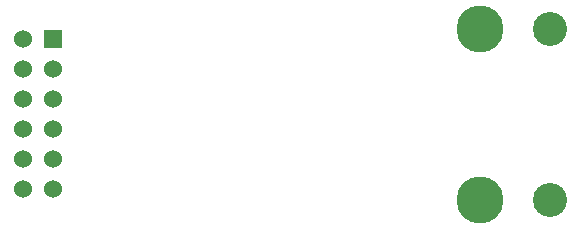
<source format=gbs>
%TF.GenerationSoftware,KiCad,Pcbnew,(6.0.5)*%
%TF.CreationDate,2022-06-04T23:49:02-06:00*%
%TF.ProjectId,PMOD_HDMI,504d4f44-5f48-4444-9d49-2e6b69636164,rev?*%
%TF.SameCoordinates,Original*%
%TF.FileFunction,Soldermask,Bot*%
%TF.FilePolarity,Negative*%
%FSLAX46Y46*%
G04 Gerber Fmt 4.6, Leading zero omitted, Abs format (unit mm)*
G04 Created by KiCad (PCBNEW (6.0.5)) date 2022-06-04 23:49:02*
%MOMM*%
%LPD*%
G01*
G04 APERTURE LIST*
%ADD10R,1.524000X1.524000*%
%ADD11C,1.524000*%
%ADD12C,3.990000*%
%ADD13C,2.880000*%
G04 APERTURE END LIST*
D10*
%TO.C,PMOD1*%
X80010000Y-97790000D03*
D11*
X77470000Y-97790000D03*
X80010000Y-100330000D03*
X77470000Y-100330000D03*
X80010000Y-102870000D03*
X77470000Y-102870000D03*
X80010000Y-105410000D03*
X77470000Y-105410000D03*
X80010000Y-107950000D03*
X77470000Y-107950000D03*
X80010000Y-110490000D03*
X77470000Y-110490000D03*
%TD*%
D12*
%TO.C,J1*%
X116160000Y-96890000D03*
X116160000Y-111390000D03*
D13*
X122120000Y-96890000D03*
X122120000Y-111390000D03*
%TD*%
M02*

</source>
